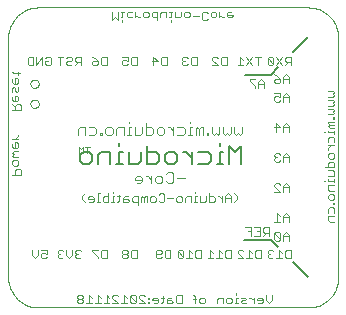
<source format=gbo>
G75*
G70*
%OFA0B0*%
%FSLAX24Y24*%
%IPPOS*%
%LPD*%
%AMOC8*
5,1,8,0,0,1.08239X$1,22.5*
%
%ADD10C,0.0000*%
%ADD11C,0.0030*%
%ADD12C,0.0050*%
%ADD13C,0.0020*%
D10*
X001500Y000500D02*
X010500Y000500D01*
X010560Y000502D01*
X010621Y000507D01*
X010680Y000516D01*
X010739Y000529D01*
X010798Y000545D01*
X010855Y000565D01*
X010910Y000588D01*
X010965Y000615D01*
X011017Y000644D01*
X011068Y000677D01*
X011117Y000713D01*
X011163Y000751D01*
X011207Y000793D01*
X011249Y000837D01*
X011287Y000883D01*
X011323Y000932D01*
X011356Y000983D01*
X011385Y001035D01*
X011412Y001090D01*
X011435Y001145D01*
X011455Y001202D01*
X011471Y001261D01*
X011484Y001320D01*
X011493Y001379D01*
X011498Y001440D01*
X011500Y001500D01*
X011500Y009500D01*
X011498Y009560D01*
X011493Y009621D01*
X011484Y009680D01*
X011471Y009739D01*
X011455Y009798D01*
X011435Y009855D01*
X011412Y009910D01*
X011385Y009965D01*
X011356Y010017D01*
X011323Y010068D01*
X011287Y010117D01*
X011249Y010163D01*
X011207Y010207D01*
X011163Y010249D01*
X011117Y010287D01*
X011068Y010323D01*
X011017Y010356D01*
X010965Y010385D01*
X010910Y010412D01*
X010855Y010435D01*
X010798Y010455D01*
X010739Y010471D01*
X010680Y010484D01*
X010621Y010493D01*
X010560Y010498D01*
X010500Y010500D01*
X001500Y010500D01*
X001440Y010498D01*
X001379Y010493D01*
X001320Y010484D01*
X001261Y010471D01*
X001202Y010455D01*
X001145Y010435D01*
X001090Y010412D01*
X001035Y010385D01*
X000983Y010356D01*
X000932Y010323D01*
X000883Y010287D01*
X000837Y010249D01*
X000793Y010207D01*
X000751Y010163D01*
X000713Y010117D01*
X000677Y010068D01*
X000644Y010017D01*
X000615Y009965D01*
X000588Y009910D01*
X000565Y009855D01*
X000545Y009798D01*
X000529Y009739D01*
X000516Y009680D01*
X000507Y009621D01*
X000502Y009560D01*
X000500Y009500D01*
X000500Y001500D01*
X000502Y001440D01*
X000507Y001379D01*
X000516Y001320D01*
X000529Y001261D01*
X000545Y001202D01*
X000565Y001145D01*
X000588Y001090D01*
X000615Y001035D01*
X000644Y000983D01*
X000677Y000932D01*
X000713Y000883D01*
X000751Y000837D01*
X000793Y000793D01*
X000837Y000751D01*
X000883Y000713D01*
X000932Y000677D01*
X000983Y000644D01*
X001035Y000615D01*
X001090Y000588D01*
X001145Y000565D01*
X001202Y000545D01*
X001261Y000529D01*
X001320Y000516D01*
X001379Y000507D01*
X001440Y000502D01*
X001500Y000500D01*
X001237Y007290D02*
X001239Y007313D01*
X001245Y007336D01*
X001255Y007357D01*
X001268Y007377D01*
X001284Y007394D01*
X001303Y007408D01*
X001324Y007418D01*
X001346Y007425D01*
X001369Y007428D01*
X001393Y007427D01*
X001415Y007422D01*
X001437Y007413D01*
X001457Y007401D01*
X001475Y007385D01*
X001489Y007367D01*
X001501Y007347D01*
X001509Y007325D01*
X001513Y007302D01*
X001513Y007278D01*
X001509Y007255D01*
X001501Y007233D01*
X001489Y007213D01*
X001475Y007195D01*
X001457Y007179D01*
X001437Y007167D01*
X001415Y007158D01*
X001393Y007153D01*
X001369Y007152D01*
X001346Y007155D01*
X001324Y007162D01*
X001303Y007172D01*
X001284Y007186D01*
X001268Y007203D01*
X001255Y007223D01*
X001245Y007244D01*
X001239Y007267D01*
X001237Y007290D01*
X001237Y007960D02*
X001239Y007983D01*
X001245Y008006D01*
X001255Y008027D01*
X001268Y008047D01*
X001284Y008064D01*
X001303Y008078D01*
X001324Y008088D01*
X001346Y008095D01*
X001369Y008098D01*
X001393Y008097D01*
X001415Y008092D01*
X001437Y008083D01*
X001457Y008071D01*
X001475Y008055D01*
X001489Y008037D01*
X001501Y008017D01*
X001509Y007995D01*
X001513Y007972D01*
X001513Y007948D01*
X001509Y007925D01*
X001501Y007903D01*
X001489Y007883D01*
X001475Y007865D01*
X001457Y007849D01*
X001437Y007837D01*
X001415Y007828D01*
X001393Y007823D01*
X001369Y007822D01*
X001346Y007825D01*
X001324Y007832D01*
X001303Y007842D01*
X001284Y007856D01*
X001268Y007873D01*
X001255Y007893D01*
X001245Y007914D01*
X001239Y007937D01*
X001237Y007960D01*
D11*
X000833Y008010D02*
X000833Y008107D01*
X000785Y008155D01*
X000737Y008155D01*
X000737Y007961D01*
X000785Y007961D02*
X000833Y008010D01*
X000785Y007961D02*
X000688Y007961D01*
X000640Y008010D01*
X000640Y008107D01*
X000688Y008304D02*
X000640Y008353D01*
X000688Y008304D02*
X000882Y008304D01*
X000833Y008256D02*
X000833Y008353D01*
X001144Y008618D02*
X001144Y008812D01*
X001193Y008860D01*
X001338Y008860D01*
X001338Y008570D01*
X001193Y008570D01*
X001144Y008618D01*
X001439Y008570D02*
X001439Y008860D01*
X001632Y008860D02*
X001439Y008570D01*
X001632Y008570D02*
X001632Y008860D01*
X001733Y008812D02*
X001782Y008860D01*
X001879Y008860D01*
X001927Y008812D01*
X001927Y008618D01*
X001879Y008570D01*
X001782Y008570D01*
X001733Y008618D01*
X001733Y008715D01*
X001830Y008715D01*
X002144Y008860D02*
X002338Y008860D01*
X002241Y008860D02*
X002241Y008570D01*
X002439Y008618D02*
X002439Y008667D01*
X002487Y008715D01*
X002584Y008715D01*
X002632Y008763D01*
X002632Y008812D01*
X002584Y008860D01*
X002487Y008860D01*
X002439Y008812D01*
X002439Y008618D02*
X002487Y008570D01*
X002584Y008570D01*
X002632Y008618D01*
X002733Y008570D02*
X002830Y008667D01*
X002782Y008667D02*
X002927Y008667D01*
X002927Y008570D02*
X002927Y008860D01*
X002782Y008860D01*
X002733Y008812D01*
X002733Y008715D01*
X002782Y008667D01*
X003292Y008667D02*
X003292Y008618D01*
X003340Y008570D01*
X003437Y008570D01*
X003485Y008618D01*
X003485Y008715D01*
X003340Y008715D01*
X003292Y008667D01*
X003388Y008812D02*
X003485Y008715D01*
X003388Y008812D02*
X003292Y008860D01*
X003586Y008812D02*
X003586Y008618D01*
X003635Y008570D01*
X003780Y008570D01*
X003780Y008860D01*
X003635Y008860D01*
X003586Y008812D01*
X004292Y008860D02*
X004485Y008860D01*
X004485Y008715D01*
X004388Y008763D01*
X004340Y008763D01*
X004292Y008715D01*
X004292Y008618D01*
X004340Y008570D01*
X004437Y008570D01*
X004485Y008618D01*
X004586Y008618D02*
X004586Y008812D01*
X004635Y008860D01*
X004780Y008860D01*
X004780Y008570D01*
X004635Y008570D01*
X004586Y008618D01*
X005292Y008715D02*
X005485Y008715D01*
X005340Y008860D01*
X005340Y008570D01*
X005586Y008618D02*
X005586Y008812D01*
X005635Y008860D01*
X005780Y008860D01*
X005780Y008570D01*
X005635Y008570D01*
X005586Y008618D01*
X006292Y008618D02*
X006340Y008570D01*
X006437Y008570D01*
X006485Y008618D01*
X006586Y008618D02*
X006586Y008812D01*
X006635Y008860D01*
X006780Y008860D01*
X006780Y008570D01*
X006635Y008570D01*
X006586Y008618D01*
X006485Y008812D02*
X006437Y008860D01*
X006340Y008860D01*
X006292Y008812D01*
X006292Y008763D01*
X006340Y008715D01*
X006292Y008667D01*
X006292Y008618D01*
X006340Y008715D02*
X006388Y008715D01*
X007292Y008763D02*
X007292Y008812D01*
X007340Y008860D01*
X007437Y008860D01*
X007485Y008812D01*
X007586Y008812D02*
X007635Y008860D01*
X007780Y008860D01*
X007780Y008570D01*
X007635Y008570D01*
X007586Y008618D01*
X007586Y008812D01*
X007485Y008570D02*
X007292Y008570D01*
X007485Y008570D02*
X007292Y008763D01*
X008144Y008570D02*
X008338Y008570D01*
X008241Y008570D02*
X008241Y008860D01*
X008338Y008763D01*
X008439Y008860D02*
X008632Y008570D01*
X008439Y008570D02*
X008632Y008860D01*
X008733Y008860D02*
X008927Y008860D01*
X008830Y008860D02*
X008830Y008570D01*
X009144Y008618D02*
X009193Y008570D01*
X009289Y008570D01*
X009338Y008618D01*
X009144Y008812D01*
X009144Y008618D01*
X009338Y008618D02*
X009338Y008812D01*
X009289Y008860D01*
X009193Y008860D01*
X009144Y008812D01*
X009439Y008860D02*
X009632Y008570D01*
X009733Y008570D02*
X009830Y008667D01*
X009782Y008667D02*
X009927Y008667D01*
X009927Y008570D02*
X009927Y008860D01*
X009782Y008860D01*
X009733Y008812D01*
X009733Y008715D01*
X009782Y008667D01*
X009632Y008860D02*
X009439Y008570D01*
X009372Y008270D02*
X009469Y008222D01*
X009565Y008125D01*
X009420Y008125D01*
X009372Y008077D01*
X009372Y008028D01*
X009420Y007980D01*
X009517Y007980D01*
X009565Y008028D01*
X009565Y008125D01*
X009667Y008125D02*
X009860Y008125D01*
X009860Y008173D02*
X009763Y008270D01*
X009667Y008173D01*
X009667Y007980D01*
X009860Y007980D02*
X009860Y008173D01*
X009763Y007645D02*
X009667Y007548D01*
X009667Y007355D01*
X009565Y007403D02*
X009517Y007355D01*
X009420Y007355D01*
X009372Y007403D01*
X009372Y007500D01*
X009420Y007548D01*
X009469Y007548D01*
X009565Y007500D01*
X009565Y007645D01*
X009372Y007645D01*
X009667Y007500D02*
X009860Y007500D01*
X009860Y007548D02*
X009763Y007645D01*
X009860Y007548D02*
X009860Y007355D01*
X009763Y006645D02*
X009667Y006548D01*
X009667Y006355D01*
X009667Y006500D02*
X009860Y006500D01*
X009860Y006548D02*
X009860Y006355D01*
X009860Y006548D02*
X009763Y006645D01*
X009565Y006500D02*
X009372Y006500D01*
X009420Y006355D02*
X009420Y006645D01*
X009565Y006500D01*
X009517Y005645D02*
X009420Y005645D01*
X009372Y005597D01*
X009372Y005548D01*
X009420Y005500D01*
X009372Y005452D01*
X009372Y005403D01*
X009420Y005355D01*
X009517Y005355D01*
X009565Y005403D01*
X009667Y005355D02*
X009667Y005548D01*
X009763Y005645D01*
X009860Y005548D01*
X009860Y005355D01*
X009860Y005500D02*
X009667Y005500D01*
X009565Y005597D02*
X009517Y005645D01*
X009469Y005500D02*
X009420Y005500D01*
X009420Y004645D02*
X009517Y004645D01*
X009565Y004597D01*
X009667Y004548D02*
X009667Y004355D01*
X009565Y004355D02*
X009372Y004548D01*
X009372Y004597D01*
X009420Y004645D01*
X009667Y004548D02*
X009763Y004645D01*
X009860Y004548D01*
X009860Y004355D01*
X009860Y004500D02*
X009667Y004500D01*
X009565Y004355D02*
X009372Y004355D01*
X009469Y003645D02*
X009469Y003355D01*
X009565Y003355D02*
X009372Y003355D01*
X009177Y003180D02*
X009032Y003180D01*
X008983Y003132D01*
X008983Y003035D01*
X009032Y002987D01*
X009177Y002987D01*
X009080Y002987D02*
X008983Y002890D01*
X008882Y002890D02*
X008689Y002890D01*
X008588Y002890D02*
X008588Y003180D01*
X008394Y003180D01*
X008491Y003035D02*
X008588Y003035D01*
X008689Y003180D02*
X008882Y003180D01*
X008882Y002890D01*
X008882Y003035D02*
X008786Y003035D01*
X009177Y002890D02*
X009177Y003180D01*
X009372Y002972D02*
X009565Y002778D01*
X009517Y002730D01*
X009420Y002730D01*
X009372Y002778D01*
X009372Y002972D01*
X009420Y003020D01*
X009517Y003020D01*
X009565Y002972D01*
X009565Y002778D01*
X009667Y002730D02*
X009667Y002923D01*
X009763Y003020D01*
X009860Y002923D01*
X009860Y002730D01*
X009860Y002875D02*
X009667Y002875D01*
X009782Y002430D02*
X009927Y002430D01*
X009927Y002140D01*
X009782Y002140D01*
X009733Y002188D01*
X009733Y002382D01*
X009782Y002430D01*
X009632Y002333D02*
X009536Y002430D01*
X009536Y002140D01*
X009632Y002140D02*
X009439Y002140D01*
X009338Y002188D02*
X009289Y002140D01*
X009193Y002140D01*
X009144Y002188D01*
X009144Y002237D01*
X009193Y002285D01*
X009241Y002285D01*
X009193Y002285D02*
X009144Y002333D01*
X009144Y002382D01*
X009193Y002430D01*
X009289Y002430D01*
X009338Y002382D01*
X008927Y002430D02*
X008927Y002140D01*
X008782Y002140D01*
X008733Y002188D01*
X008733Y002382D01*
X008782Y002430D01*
X008927Y002430D01*
X008632Y002333D02*
X008536Y002430D01*
X008536Y002140D01*
X008632Y002140D02*
X008439Y002140D01*
X008338Y002140D02*
X008144Y002333D01*
X008144Y002382D01*
X008193Y002430D01*
X008289Y002430D01*
X008338Y002382D01*
X008338Y002140D02*
X008144Y002140D01*
X007927Y002140D02*
X007927Y002430D01*
X007782Y002430D01*
X007733Y002382D01*
X007733Y002188D01*
X007782Y002140D01*
X007927Y002140D01*
X007632Y002140D02*
X007439Y002140D01*
X007536Y002140D02*
X007536Y002430D01*
X007632Y002333D01*
X007338Y002333D02*
X007241Y002430D01*
X007241Y002140D01*
X007338Y002140D02*
X007144Y002140D01*
X006927Y002140D02*
X006927Y002430D01*
X006782Y002430D01*
X006733Y002382D01*
X006733Y002188D01*
X006782Y002140D01*
X006927Y002140D01*
X006632Y002140D02*
X006439Y002140D01*
X006536Y002140D02*
X006536Y002430D01*
X006632Y002333D01*
X006338Y002382D02*
X006338Y002188D01*
X006144Y002382D01*
X006144Y002188D01*
X006193Y002140D01*
X006289Y002140D01*
X006338Y002188D01*
X006338Y002382D02*
X006289Y002430D01*
X006193Y002430D01*
X006144Y002382D01*
X005905Y002430D02*
X005905Y002140D01*
X005760Y002140D01*
X005711Y002188D01*
X005711Y002382D01*
X005760Y002430D01*
X005905Y002430D01*
X005610Y002382D02*
X005610Y002333D01*
X005562Y002285D01*
X005417Y002285D01*
X005417Y002188D02*
X005417Y002382D01*
X005465Y002430D01*
X005562Y002430D01*
X005610Y002382D01*
X005610Y002188D02*
X005562Y002140D01*
X005465Y002140D01*
X005417Y002188D01*
X004780Y002140D02*
X004635Y002140D01*
X004586Y002188D01*
X004586Y002382D01*
X004635Y002430D01*
X004780Y002430D01*
X004780Y002140D01*
X004485Y002188D02*
X004485Y002237D01*
X004437Y002285D01*
X004340Y002285D01*
X004292Y002237D01*
X004292Y002188D01*
X004340Y002140D01*
X004437Y002140D01*
X004485Y002188D01*
X004437Y002285D02*
X004485Y002333D01*
X004485Y002382D01*
X004437Y002430D01*
X004340Y002430D01*
X004292Y002382D01*
X004292Y002333D01*
X004340Y002285D01*
X003780Y002140D02*
X003635Y002140D01*
X003586Y002188D01*
X003586Y002382D01*
X003635Y002430D01*
X003780Y002430D01*
X003780Y002140D01*
X003485Y002140D02*
X003485Y002188D01*
X003292Y002382D01*
X003292Y002430D01*
X003485Y002430D01*
X002927Y002382D02*
X002879Y002430D01*
X002782Y002430D01*
X002733Y002382D01*
X002733Y002333D01*
X002782Y002285D01*
X002733Y002237D01*
X002733Y002188D01*
X002782Y002140D01*
X002879Y002140D01*
X002927Y002188D01*
X002830Y002285D02*
X002782Y002285D01*
X002632Y002237D02*
X002536Y002140D01*
X002439Y002237D01*
X002439Y002430D01*
X002338Y002382D02*
X002289Y002430D01*
X002193Y002430D01*
X002144Y002382D01*
X002144Y002333D01*
X002193Y002285D01*
X002144Y002237D01*
X002144Y002188D01*
X002193Y002140D01*
X002289Y002140D01*
X002338Y002188D01*
X002241Y002285D02*
X002193Y002285D01*
X001780Y002285D02*
X001683Y002333D01*
X001635Y002333D01*
X001586Y002285D01*
X001586Y002188D01*
X001635Y002140D01*
X001731Y002140D01*
X001780Y002188D01*
X001780Y002285D02*
X001780Y002430D01*
X001586Y002430D01*
X001485Y002430D02*
X001485Y002237D01*
X001388Y002140D01*
X001292Y002237D01*
X001292Y002430D01*
X002632Y002430D02*
X002632Y002237D01*
X002844Y000930D02*
X002796Y000882D01*
X002796Y000833D01*
X002844Y000785D01*
X002941Y000785D01*
X002989Y000833D01*
X002989Y000882D01*
X002941Y000930D01*
X002844Y000930D01*
X002844Y000785D02*
X002796Y000737D01*
X002796Y000688D01*
X002844Y000640D01*
X002941Y000640D01*
X002989Y000688D01*
X002989Y000737D01*
X002941Y000785D01*
X003091Y000640D02*
X003284Y000640D01*
X003187Y000640D02*
X003187Y000930D01*
X003284Y000833D01*
X003482Y000930D02*
X003482Y000640D01*
X003579Y000640D02*
X003385Y000640D01*
X003579Y000833D02*
X003482Y000930D01*
X003777Y000930D02*
X003777Y000640D01*
X003873Y000640D02*
X003680Y000640D01*
X003873Y000833D02*
X003777Y000930D01*
X003974Y000882D02*
X003974Y000833D01*
X004168Y000640D01*
X003974Y000640D01*
X004269Y000640D02*
X004463Y000640D01*
X004366Y000640D02*
X004366Y000930D01*
X004463Y000833D01*
X004564Y000882D02*
X004564Y000688D01*
X004612Y000640D01*
X004709Y000640D01*
X004757Y000688D01*
X004564Y000882D01*
X004612Y000930D01*
X004709Y000930D01*
X004757Y000882D01*
X004757Y000688D01*
X004858Y000640D02*
X005052Y000640D01*
X004858Y000833D01*
X004858Y000882D01*
X004907Y000930D01*
X005004Y000930D01*
X005052Y000882D01*
X005151Y000833D02*
X005151Y000785D01*
X005199Y000785D01*
X005199Y000833D01*
X005151Y000833D01*
X005151Y000688D02*
X005151Y000640D01*
X005199Y000640D01*
X005199Y000688D01*
X005151Y000688D01*
X005300Y000737D02*
X005300Y000785D01*
X005349Y000833D01*
X005446Y000833D01*
X005494Y000785D01*
X005494Y000688D01*
X005446Y000640D01*
X005349Y000640D01*
X005300Y000737D02*
X005494Y000737D01*
X005594Y000833D02*
X005690Y000833D01*
X005642Y000882D02*
X005642Y000688D01*
X005594Y000640D01*
X005792Y000640D02*
X005792Y000785D01*
X005840Y000833D01*
X005937Y000833D01*
X005937Y000737D02*
X005792Y000737D01*
X005792Y000640D02*
X005937Y000640D01*
X005985Y000688D01*
X005937Y000737D01*
X006086Y000688D02*
X006086Y000882D01*
X006135Y000930D01*
X006280Y000930D01*
X006280Y000640D01*
X006135Y000640D01*
X006086Y000688D01*
X006674Y000785D02*
X006771Y000785D01*
X006872Y000785D02*
X006872Y000688D01*
X006920Y000640D01*
X007017Y000640D01*
X007065Y000688D01*
X007065Y000785D01*
X007017Y000833D01*
X006920Y000833D01*
X006872Y000785D01*
X006722Y000882D02*
X006674Y000930D01*
X006722Y000882D02*
X006722Y000640D01*
X007461Y000640D02*
X007461Y000785D01*
X007510Y000833D01*
X007655Y000833D01*
X007655Y000640D01*
X007756Y000688D02*
X007756Y000785D01*
X007804Y000833D01*
X007901Y000833D01*
X007949Y000785D01*
X007949Y000688D01*
X007901Y000640D01*
X007804Y000640D01*
X007756Y000688D01*
X008049Y000640D02*
X008146Y000640D01*
X008097Y000640D02*
X008097Y000833D01*
X008146Y000833D01*
X008247Y000833D02*
X008392Y000833D01*
X008440Y000785D01*
X008392Y000737D01*
X008295Y000737D01*
X008247Y000688D01*
X008295Y000640D01*
X008440Y000640D01*
X008541Y000833D02*
X008589Y000833D01*
X008686Y000737D01*
X008686Y000833D02*
X008686Y000640D01*
X008787Y000737D02*
X008981Y000737D01*
X008981Y000785D02*
X008981Y000688D01*
X008932Y000640D01*
X008836Y000640D01*
X008787Y000737D02*
X008787Y000785D01*
X008836Y000833D01*
X008932Y000833D01*
X008981Y000785D01*
X009082Y000737D02*
X009082Y000930D01*
X009082Y000737D02*
X009179Y000640D01*
X009275Y000737D01*
X009275Y000930D01*
X008097Y000930D02*
X008097Y000979D01*
X009667Y003355D02*
X009667Y003548D01*
X009763Y003645D01*
X009860Y003548D01*
X009860Y003355D01*
X009860Y003500D02*
X009667Y003500D01*
X009565Y003548D02*
X009469Y003645D01*
X008112Y004112D02*
X008112Y004208D01*
X008016Y004305D01*
X007916Y004208D02*
X007819Y004305D01*
X007722Y004208D01*
X007722Y004015D01*
X007621Y004015D02*
X007621Y004208D01*
X007621Y004112D02*
X007524Y004208D01*
X007476Y004208D01*
X007376Y004160D02*
X007327Y004208D01*
X007182Y004208D01*
X007182Y004305D02*
X007182Y004015D01*
X007327Y004015D01*
X007376Y004063D01*
X007376Y004160D01*
X007081Y004208D02*
X007081Y004063D01*
X007033Y004015D01*
X006888Y004015D01*
X006888Y004208D01*
X006786Y004208D02*
X006738Y004208D01*
X006738Y004015D01*
X006786Y004015D02*
X006690Y004015D01*
X006590Y004015D02*
X006590Y004208D01*
X006445Y004208D01*
X006396Y004160D01*
X006396Y004015D01*
X006295Y004063D02*
X006247Y004015D01*
X006150Y004015D01*
X006102Y004063D01*
X006102Y004160D01*
X006150Y004208D01*
X006247Y004208D01*
X006295Y004160D01*
X006295Y004063D01*
X006001Y004160D02*
X005807Y004160D01*
X005706Y004063D02*
X005658Y004015D01*
X005561Y004015D01*
X005512Y004063D01*
X005411Y004063D02*
X005363Y004015D01*
X005266Y004015D01*
X005218Y004063D01*
X005218Y004160D01*
X005266Y004208D01*
X005363Y004208D01*
X005411Y004160D01*
X005411Y004063D01*
X005512Y004257D02*
X005561Y004305D01*
X005658Y004305D01*
X005706Y004257D01*
X005706Y004063D01*
X005822Y004640D02*
X005760Y004702D01*
X005822Y004640D02*
X005945Y004640D01*
X006007Y004702D01*
X006007Y004949D01*
X005945Y005010D01*
X005822Y005010D01*
X005760Y004949D01*
X005638Y004825D02*
X005638Y004702D01*
X005577Y004640D01*
X005453Y004640D01*
X005392Y004702D01*
X005392Y004825D01*
X005453Y004887D01*
X005577Y004887D01*
X005638Y004825D01*
X005270Y004763D02*
X005147Y004887D01*
X005085Y004887D01*
X004963Y004825D02*
X004963Y004702D01*
X004902Y004640D01*
X004778Y004640D01*
X004716Y004763D02*
X004963Y004763D01*
X004963Y004825D02*
X004902Y004887D01*
X004778Y004887D01*
X004716Y004825D01*
X004716Y004763D01*
X004677Y004208D02*
X004629Y004160D01*
X004629Y004063D01*
X004677Y004015D01*
X004822Y004015D01*
X004822Y003918D02*
X004822Y004208D01*
X004677Y004208D01*
X004479Y004208D02*
X004382Y004208D01*
X004334Y004160D01*
X004334Y004015D01*
X004479Y004015D01*
X004527Y004063D01*
X004479Y004112D01*
X004334Y004112D01*
X004233Y004208D02*
X004136Y004208D01*
X004184Y004257D02*
X004184Y004063D01*
X004136Y004015D01*
X004036Y004015D02*
X003940Y004015D01*
X003988Y004015D02*
X003988Y004208D01*
X004036Y004208D01*
X003988Y004305D02*
X003988Y004354D01*
X003840Y004305D02*
X003840Y004015D01*
X003695Y004015D01*
X003646Y004063D01*
X003646Y004160D01*
X003695Y004208D01*
X003840Y004208D01*
X003545Y004305D02*
X003497Y004305D01*
X003497Y004015D01*
X003545Y004015D02*
X003448Y004015D01*
X003349Y004063D02*
X003349Y004160D01*
X003300Y004208D01*
X003204Y004208D01*
X003155Y004160D01*
X003155Y004112D01*
X003349Y004112D01*
X003349Y004063D02*
X003300Y004015D01*
X003204Y004015D01*
X003054Y004015D02*
X002957Y004112D01*
X002957Y004208D01*
X003054Y004305D01*
X004923Y004160D02*
X004923Y004015D01*
X005020Y004015D02*
X005020Y004160D01*
X004972Y004208D01*
X004923Y004160D01*
X005020Y004160D02*
X005068Y004208D01*
X005117Y004208D01*
X005117Y004015D01*
X005270Y004640D02*
X005270Y004887D01*
X006128Y004825D02*
X006375Y004825D01*
X006738Y004354D02*
X006738Y004305D01*
X007722Y004160D02*
X007916Y004160D01*
X007916Y004208D02*
X007916Y004015D01*
X008016Y004015D02*
X008112Y004112D01*
X008093Y006265D02*
X008031Y006327D01*
X008031Y006512D01*
X007910Y006512D02*
X007910Y006327D01*
X007848Y006265D01*
X007786Y006327D01*
X007725Y006265D01*
X007663Y006327D01*
X007663Y006512D01*
X007541Y006512D02*
X007541Y006327D01*
X007480Y006265D01*
X007418Y006327D01*
X007356Y006265D01*
X007295Y006327D01*
X007295Y006512D01*
X007173Y006327D02*
X007111Y006327D01*
X007111Y006265D01*
X007173Y006265D01*
X007173Y006327D01*
X006989Y006265D02*
X006989Y006512D01*
X006927Y006512D01*
X006866Y006450D01*
X006804Y006512D01*
X006742Y006450D01*
X006742Y006265D01*
X006621Y006265D02*
X006497Y006265D01*
X006559Y006265D02*
X006559Y006512D01*
X006621Y006512D01*
X006559Y006635D02*
X006559Y006697D01*
X006313Y006512D02*
X006375Y006450D01*
X006375Y006327D01*
X006313Y006265D01*
X006128Y006265D01*
X006007Y006265D02*
X006007Y006512D01*
X006128Y006512D02*
X006313Y006512D01*
X006007Y006388D02*
X005883Y006512D01*
X005822Y006512D01*
X005700Y006450D02*
X005700Y006327D01*
X005638Y006265D01*
X005515Y006265D01*
X005453Y006327D01*
X005453Y006450D01*
X005515Y006512D01*
X005638Y006512D01*
X005700Y006450D01*
X005332Y006450D02*
X005332Y006327D01*
X005270Y006265D01*
X005085Y006265D01*
X005085Y006635D01*
X005085Y006512D02*
X005270Y006512D01*
X005332Y006450D01*
X004963Y006512D02*
X004963Y006327D01*
X004902Y006265D01*
X004716Y006265D01*
X004716Y006512D01*
X004595Y006512D02*
X004533Y006512D01*
X004533Y006265D01*
X004595Y006265D02*
X004471Y006265D01*
X004349Y006265D02*
X004349Y006512D01*
X004164Y006512D01*
X004102Y006450D01*
X004102Y006265D01*
X003981Y006327D02*
X003919Y006265D01*
X003796Y006265D01*
X003734Y006327D01*
X003734Y006450D01*
X003796Y006512D01*
X003919Y006512D01*
X003981Y006450D01*
X003981Y006327D01*
X003613Y006327D02*
X003613Y006265D01*
X003551Y006265D01*
X003551Y006327D01*
X003613Y006327D01*
X003429Y006327D02*
X003429Y006450D01*
X003367Y006512D01*
X003182Y006512D01*
X003060Y006512D02*
X002875Y006512D01*
X002813Y006450D01*
X002813Y006265D01*
X003060Y006265D02*
X003060Y006512D01*
X003182Y006265D02*
X003367Y006265D01*
X003429Y006327D01*
X004533Y006635D02*
X004533Y006697D01*
X006866Y006450D02*
X006866Y006265D01*
X008093Y006265D02*
X008155Y006327D01*
X008216Y006265D01*
X008278Y006327D01*
X008278Y006512D01*
X008735Y007820D02*
X008735Y007868D01*
X008542Y008062D01*
X008542Y008110D01*
X008735Y008110D01*
X008836Y008013D02*
X008836Y007820D01*
X008836Y007965D02*
X009030Y007965D01*
X009030Y008013D02*
X008933Y008110D01*
X008836Y008013D01*
X009030Y008013D02*
X009030Y007820D01*
X011021Y006345D02*
X011070Y006345D01*
X011167Y006345D02*
X011360Y006345D01*
X011360Y006297D02*
X011360Y006394D01*
X011360Y006495D02*
X011215Y006495D01*
X011167Y006543D01*
X011215Y006591D01*
X011360Y006591D01*
X011360Y006688D02*
X011167Y006688D01*
X011167Y006640D01*
X011215Y006591D01*
X011167Y006394D02*
X011167Y006345D01*
X011215Y006197D02*
X011312Y006197D01*
X011360Y006149D01*
X011360Y006004D01*
X011360Y005902D02*
X011167Y005902D01*
X011263Y005902D02*
X011167Y005806D01*
X011167Y005757D01*
X011215Y005657D02*
X011167Y005609D01*
X011167Y005512D01*
X011215Y005463D01*
X011312Y005463D01*
X011360Y005512D01*
X011360Y005609D01*
X011312Y005657D01*
X011215Y005657D01*
X011215Y005362D02*
X011167Y005314D01*
X011167Y005169D01*
X011070Y005169D02*
X011360Y005169D01*
X011360Y005314D01*
X011312Y005362D01*
X011215Y005362D01*
X011167Y005068D02*
X011312Y005068D01*
X011360Y005019D01*
X011360Y004874D01*
X011167Y004874D01*
X011167Y004773D02*
X011167Y004725D01*
X011360Y004725D01*
X011360Y004773D02*
X011360Y004676D01*
X011360Y004576D02*
X011167Y004576D01*
X011167Y004431D01*
X011215Y004383D01*
X011360Y004383D01*
X011312Y004282D02*
X011360Y004233D01*
X011360Y004137D01*
X011312Y004088D01*
X011215Y004088D01*
X011167Y004137D01*
X011167Y004233D01*
X011215Y004282D01*
X011312Y004282D01*
X011312Y003987D02*
X011312Y003939D01*
X011360Y003939D01*
X011360Y003987D01*
X011312Y003987D01*
X011312Y003840D02*
X011360Y003791D01*
X011360Y003646D01*
X011360Y003545D02*
X011167Y003545D01*
X011167Y003400D01*
X011215Y003352D01*
X011360Y003352D01*
X011167Y003646D02*
X011167Y003791D01*
X011215Y003840D01*
X011312Y003840D01*
X011070Y004725D02*
X011021Y004725D01*
X011167Y006004D02*
X011167Y006149D01*
X011215Y006197D01*
X011312Y006787D02*
X011360Y006787D01*
X011360Y006835D01*
X011312Y006835D01*
X011312Y006787D01*
X011312Y006937D02*
X011167Y006937D01*
X011312Y006937D02*
X011360Y006985D01*
X011312Y007033D01*
X011360Y007082D01*
X011312Y007130D01*
X011167Y007130D01*
X011167Y007231D02*
X011312Y007231D01*
X011360Y007280D01*
X011312Y007328D01*
X011360Y007376D01*
X011312Y007425D01*
X011167Y007425D01*
X011167Y007526D02*
X011312Y007526D01*
X011360Y007574D01*
X011312Y007623D01*
X011360Y007671D01*
X011312Y007719D01*
X011167Y007719D01*
X007976Y010215D02*
X007976Y010263D01*
X007783Y010263D01*
X007783Y010215D02*
X007783Y010312D01*
X007831Y010360D01*
X007928Y010360D01*
X007976Y010215D02*
X007928Y010167D01*
X007831Y010167D01*
X007783Y010215D01*
X007682Y010167D02*
X007634Y010167D01*
X007537Y010263D01*
X007537Y010167D02*
X007537Y010360D01*
X007436Y010312D02*
X007436Y010215D01*
X007388Y010167D01*
X007291Y010167D01*
X007243Y010215D01*
X007243Y010312D01*
X007291Y010360D01*
X007388Y010360D01*
X007436Y010312D01*
X007142Y010312D02*
X007093Y010360D01*
X006996Y010360D01*
X006948Y010312D01*
X006948Y010118D01*
X006996Y010070D01*
X007093Y010070D01*
X007142Y010118D01*
X006847Y010215D02*
X006653Y010215D01*
X006552Y010215D02*
X006504Y010167D01*
X006407Y010167D01*
X006359Y010215D01*
X006359Y010312D01*
X006407Y010360D01*
X006504Y010360D01*
X006552Y010312D01*
X006552Y010215D01*
X006258Y010215D02*
X006258Y010360D01*
X006258Y010215D02*
X006209Y010167D01*
X006064Y010167D01*
X006064Y010360D01*
X005964Y010360D02*
X005868Y010360D01*
X005916Y010360D02*
X005916Y010167D01*
X005868Y010167D01*
X005767Y010167D02*
X005767Y010360D01*
X005621Y010360D01*
X005573Y010312D01*
X005573Y010167D01*
X005472Y010167D02*
X005327Y010167D01*
X005278Y010215D01*
X005278Y010312D01*
X005327Y010360D01*
X005472Y010360D01*
X005472Y010070D01*
X005177Y010215D02*
X005177Y010312D01*
X005129Y010360D01*
X005032Y010360D01*
X004984Y010312D01*
X004984Y010215D01*
X005032Y010167D01*
X005129Y010167D01*
X005177Y010215D01*
X004883Y010167D02*
X004835Y010167D01*
X004738Y010263D01*
X004738Y010167D02*
X004738Y010360D01*
X004637Y010360D02*
X004492Y010360D01*
X004444Y010312D01*
X004444Y010215D01*
X004492Y010167D01*
X004637Y010167D01*
X004344Y010360D02*
X004247Y010360D01*
X004295Y010360D02*
X004295Y010167D01*
X004247Y010167D01*
X004295Y010070D02*
X004295Y010021D01*
X004146Y010070D02*
X004146Y010360D01*
X003952Y010360D02*
X003952Y010070D01*
X004049Y010167D01*
X004146Y010070D01*
X005916Y010021D02*
X005916Y010070D01*
X000833Y007860D02*
X000833Y007715D01*
X000785Y007667D01*
X000737Y007715D01*
X000737Y007812D01*
X000688Y007860D01*
X000640Y007812D01*
X000640Y007667D01*
X000737Y007566D02*
X000737Y007372D01*
X000785Y007372D02*
X000833Y007421D01*
X000833Y007517D01*
X000785Y007566D01*
X000737Y007566D01*
X000640Y007517D02*
X000640Y007421D01*
X000688Y007372D01*
X000785Y007372D01*
X000785Y007271D02*
X000737Y007223D01*
X000737Y007077D01*
X000640Y007077D02*
X000930Y007077D01*
X000930Y007223D01*
X000882Y007271D01*
X000785Y007271D01*
X000737Y007174D02*
X000640Y007271D01*
X000833Y006252D02*
X000833Y006203D01*
X000737Y006107D01*
X000833Y006107D02*
X000640Y006107D01*
X000737Y006005D02*
X000737Y005812D01*
X000785Y005812D02*
X000833Y005860D01*
X000833Y005957D01*
X000785Y006005D01*
X000737Y006005D01*
X000640Y005957D02*
X000640Y005860D01*
X000688Y005812D01*
X000785Y005812D01*
X000833Y005711D02*
X000688Y005711D01*
X000640Y005662D01*
X000688Y005614D01*
X000640Y005566D01*
X000688Y005517D01*
X000833Y005517D01*
X000785Y005416D02*
X000833Y005368D01*
X000833Y005271D01*
X000785Y005223D01*
X000688Y005223D01*
X000640Y005271D01*
X000640Y005368D01*
X000688Y005416D01*
X000785Y005416D01*
X000785Y005121D02*
X000737Y005073D01*
X000737Y004928D01*
X000640Y004928D02*
X000930Y004928D01*
X000930Y005073D01*
X000882Y005121D01*
X000785Y005121D01*
X004023Y000930D02*
X004120Y000930D01*
X004168Y000882D01*
X004023Y000930D02*
X003974Y000882D01*
D12*
X008360Y002750D02*
X009250Y002750D01*
X009500Y002500D01*
X010000Y002000D02*
X010500Y001500D01*
X008260Y005275D02*
X008260Y005886D01*
X008057Y005682D01*
X007853Y005886D01*
X007853Y005275D01*
X007653Y005275D02*
X007449Y005275D01*
X007551Y005275D02*
X007551Y005682D01*
X007653Y005682D01*
X007551Y005886D02*
X007551Y005987D01*
X007146Y005682D02*
X007248Y005580D01*
X007248Y005377D01*
X007146Y005275D01*
X006841Y005275D01*
X006640Y005275D02*
X006640Y005682D01*
X006640Y005479D02*
X006436Y005682D01*
X006335Y005682D01*
X006133Y005580D02*
X006133Y005377D01*
X006032Y005275D01*
X005828Y005275D01*
X005726Y005377D01*
X005726Y005580D01*
X005828Y005682D01*
X006032Y005682D01*
X006133Y005580D01*
X005526Y005580D02*
X005526Y005377D01*
X005424Y005275D01*
X005119Y005275D01*
X005119Y005886D01*
X005119Y005682D02*
X005424Y005682D01*
X005526Y005580D01*
X004918Y005682D02*
X004918Y005377D01*
X004816Y005275D01*
X004511Y005275D01*
X004511Y005682D01*
X004310Y005682D02*
X004208Y005682D01*
X004208Y005275D01*
X004107Y005275D02*
X004310Y005275D01*
X003905Y005275D02*
X003905Y005682D01*
X003600Y005682D01*
X003498Y005580D01*
X003498Y005275D01*
X003297Y005377D02*
X003196Y005275D01*
X002992Y005275D01*
X002890Y005377D01*
X002890Y005580D01*
X002992Y005682D01*
X003196Y005682D01*
X003297Y005580D01*
X003297Y005377D01*
X004208Y005886D02*
X004208Y005987D01*
X006841Y005682D02*
X007146Y005682D01*
X008375Y008250D02*
X009250Y008250D01*
X009500Y008500D01*
X010000Y009000D02*
X010500Y009500D01*
D13*
X003211Y005855D02*
X003064Y005855D01*
X003138Y005855D02*
X003138Y005635D01*
X002990Y005635D02*
X002990Y005855D01*
X002917Y005782D01*
X002843Y005855D01*
X002843Y005635D01*
M02*

</source>
